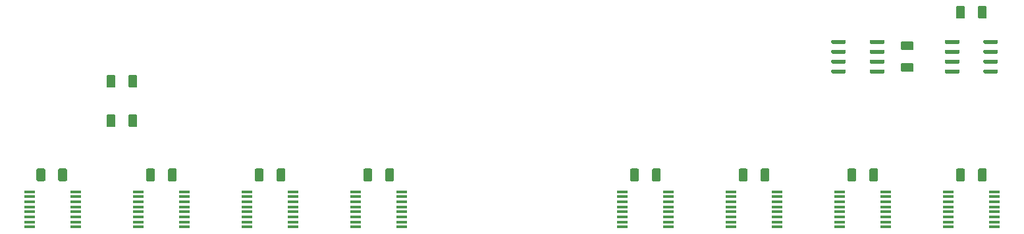
<source format=gbr>
G04 #@! TF.GenerationSoftware,KiCad,Pcbnew,5.1.5-52549c5~84~ubuntu18.04.1*
G04 #@! TF.CreationDate,2020-06-07T21:39:53-07:00*
G04 #@! TF.ProjectId,debugger,64656275-6767-4657-922e-6b696361645f,rev?*
G04 #@! TF.SameCoordinates,Original*
G04 #@! TF.FileFunction,Paste,Top*
G04 #@! TF.FilePolarity,Positive*
%FSLAX46Y46*%
G04 Gerber Fmt 4.6, Leading zero omitted, Abs format (unit mm)*
G04 Created by KiCad (PCBNEW 5.1.5-52549c5~84~ubuntu18.04.1) date 2020-06-07 21:39:53*
%MOMM*%
%LPD*%
G04 APERTURE LIST*
%ADD10C,0.100000*%
%ADD11R,1.398400X0.348400*%
G04 APERTURE END LIST*
D10*
G36*
X104377033Y-102046906D02*
G01*
X104399328Y-102050213D01*
X104421193Y-102055690D01*
X104442415Y-102063283D01*
X104462790Y-102072920D01*
X104482123Y-102084508D01*
X104500227Y-102097935D01*
X104516928Y-102113072D01*
X104532065Y-102129773D01*
X104545492Y-102147877D01*
X104557080Y-102167210D01*
X104566717Y-102187585D01*
X104574310Y-102208807D01*
X104579787Y-102230672D01*
X104583094Y-102252967D01*
X104584200Y-102275480D01*
X104584200Y-103464520D01*
X104583094Y-103487033D01*
X104579787Y-103509328D01*
X104574310Y-103531193D01*
X104566717Y-103552415D01*
X104557080Y-103572790D01*
X104545492Y-103592123D01*
X104532065Y-103610227D01*
X104516928Y-103626928D01*
X104500227Y-103642065D01*
X104482123Y-103655492D01*
X104462790Y-103667080D01*
X104442415Y-103676717D01*
X104421193Y-103684310D01*
X104399328Y-103689787D01*
X104377033Y-103693094D01*
X104354520Y-103694200D01*
X103665480Y-103694200D01*
X103642967Y-103693094D01*
X103620672Y-103689787D01*
X103598807Y-103684310D01*
X103577585Y-103676717D01*
X103557210Y-103667080D01*
X103537877Y-103655492D01*
X103519773Y-103642065D01*
X103503072Y-103626928D01*
X103487935Y-103610227D01*
X103474508Y-103592123D01*
X103462920Y-103572790D01*
X103453283Y-103552415D01*
X103445690Y-103531193D01*
X103440213Y-103509328D01*
X103436906Y-103487033D01*
X103435800Y-103464520D01*
X103435800Y-102275480D01*
X103436906Y-102252967D01*
X103440213Y-102230672D01*
X103445690Y-102208807D01*
X103453283Y-102187585D01*
X103462920Y-102167210D01*
X103474508Y-102147877D01*
X103487935Y-102129773D01*
X103503072Y-102113072D01*
X103519773Y-102097935D01*
X103537877Y-102084508D01*
X103557210Y-102072920D01*
X103577585Y-102063283D01*
X103598807Y-102055690D01*
X103620672Y-102050213D01*
X103642967Y-102046906D01*
X103665480Y-102045800D01*
X104354520Y-102045800D01*
X104377033Y-102046906D01*
G37*
G36*
X107177033Y-102046906D02*
G01*
X107199328Y-102050213D01*
X107221193Y-102055690D01*
X107242415Y-102063283D01*
X107262790Y-102072920D01*
X107282123Y-102084508D01*
X107300227Y-102097935D01*
X107316928Y-102113072D01*
X107332065Y-102129773D01*
X107345492Y-102147877D01*
X107357080Y-102167210D01*
X107366717Y-102187585D01*
X107374310Y-102208807D01*
X107379787Y-102230672D01*
X107383094Y-102252967D01*
X107384200Y-102275480D01*
X107384200Y-103464520D01*
X107383094Y-103487033D01*
X107379787Y-103509328D01*
X107374310Y-103531193D01*
X107366717Y-103552415D01*
X107357080Y-103572790D01*
X107345492Y-103592123D01*
X107332065Y-103610227D01*
X107316928Y-103626928D01*
X107300227Y-103642065D01*
X107282123Y-103655492D01*
X107262790Y-103667080D01*
X107242415Y-103676717D01*
X107221193Y-103684310D01*
X107199328Y-103689787D01*
X107177033Y-103693094D01*
X107154520Y-103694200D01*
X106465480Y-103694200D01*
X106442967Y-103693094D01*
X106420672Y-103689787D01*
X106398807Y-103684310D01*
X106377585Y-103676717D01*
X106357210Y-103667080D01*
X106337877Y-103655492D01*
X106319773Y-103642065D01*
X106303072Y-103626928D01*
X106287935Y-103610227D01*
X106274508Y-103592123D01*
X106262920Y-103572790D01*
X106253283Y-103552415D01*
X106245690Y-103531193D01*
X106240213Y-103509328D01*
X106236906Y-103487033D01*
X106235800Y-103464520D01*
X106235800Y-102275480D01*
X106236906Y-102252967D01*
X106240213Y-102230672D01*
X106245690Y-102208807D01*
X106253283Y-102187585D01*
X106262920Y-102167210D01*
X106274508Y-102147877D01*
X106287935Y-102129773D01*
X106303072Y-102113072D01*
X106319773Y-102097935D01*
X106337877Y-102084508D01*
X106357210Y-102072920D01*
X106377585Y-102063283D01*
X106398807Y-102055690D01*
X106420672Y-102050213D01*
X106442967Y-102046906D01*
X106465480Y-102045800D01*
X107154520Y-102045800D01*
X107177033Y-102046906D01*
G37*
G36*
X104377033Y-96966906D02*
G01*
X104399328Y-96970213D01*
X104421193Y-96975690D01*
X104442415Y-96983283D01*
X104462790Y-96992920D01*
X104482123Y-97004508D01*
X104500227Y-97017935D01*
X104516928Y-97033072D01*
X104532065Y-97049773D01*
X104545492Y-97067877D01*
X104557080Y-97087210D01*
X104566717Y-97107585D01*
X104574310Y-97128807D01*
X104579787Y-97150672D01*
X104583094Y-97172967D01*
X104584200Y-97195480D01*
X104584200Y-98384520D01*
X104583094Y-98407033D01*
X104579787Y-98429328D01*
X104574310Y-98451193D01*
X104566717Y-98472415D01*
X104557080Y-98492790D01*
X104545492Y-98512123D01*
X104532065Y-98530227D01*
X104516928Y-98546928D01*
X104500227Y-98562065D01*
X104482123Y-98575492D01*
X104462790Y-98587080D01*
X104442415Y-98596717D01*
X104421193Y-98604310D01*
X104399328Y-98609787D01*
X104377033Y-98613094D01*
X104354520Y-98614200D01*
X103665480Y-98614200D01*
X103642967Y-98613094D01*
X103620672Y-98609787D01*
X103598807Y-98604310D01*
X103577585Y-98596717D01*
X103557210Y-98587080D01*
X103537877Y-98575492D01*
X103519773Y-98562065D01*
X103503072Y-98546928D01*
X103487935Y-98530227D01*
X103474508Y-98512123D01*
X103462920Y-98492790D01*
X103453283Y-98472415D01*
X103445690Y-98451193D01*
X103440213Y-98429328D01*
X103436906Y-98407033D01*
X103435800Y-98384520D01*
X103435800Y-97195480D01*
X103436906Y-97172967D01*
X103440213Y-97150672D01*
X103445690Y-97128807D01*
X103453283Y-97107585D01*
X103462920Y-97087210D01*
X103474508Y-97067877D01*
X103487935Y-97049773D01*
X103503072Y-97033072D01*
X103519773Y-97017935D01*
X103537877Y-97004508D01*
X103557210Y-96992920D01*
X103577585Y-96983283D01*
X103598807Y-96975690D01*
X103620672Y-96970213D01*
X103642967Y-96966906D01*
X103665480Y-96965800D01*
X104354520Y-96965800D01*
X104377033Y-96966906D01*
G37*
G36*
X107177033Y-96966906D02*
G01*
X107199328Y-96970213D01*
X107221193Y-96975690D01*
X107242415Y-96983283D01*
X107262790Y-96992920D01*
X107282123Y-97004508D01*
X107300227Y-97017935D01*
X107316928Y-97033072D01*
X107332065Y-97049773D01*
X107345492Y-97067877D01*
X107357080Y-97087210D01*
X107366717Y-97107585D01*
X107374310Y-97128807D01*
X107379787Y-97150672D01*
X107383094Y-97172967D01*
X107384200Y-97195480D01*
X107384200Y-98384520D01*
X107383094Y-98407033D01*
X107379787Y-98429328D01*
X107374310Y-98451193D01*
X107366717Y-98472415D01*
X107357080Y-98492790D01*
X107345492Y-98512123D01*
X107332065Y-98530227D01*
X107316928Y-98546928D01*
X107300227Y-98562065D01*
X107282123Y-98575492D01*
X107262790Y-98587080D01*
X107242415Y-98596717D01*
X107221193Y-98604310D01*
X107199328Y-98609787D01*
X107177033Y-98613094D01*
X107154520Y-98614200D01*
X106465480Y-98614200D01*
X106442967Y-98613094D01*
X106420672Y-98609787D01*
X106398807Y-98604310D01*
X106377585Y-98596717D01*
X106357210Y-98587080D01*
X106337877Y-98575492D01*
X106319773Y-98562065D01*
X106303072Y-98546928D01*
X106287935Y-98530227D01*
X106274508Y-98512123D01*
X106262920Y-98492790D01*
X106253283Y-98472415D01*
X106245690Y-98451193D01*
X106240213Y-98429328D01*
X106236906Y-98407033D01*
X106235800Y-98384520D01*
X106235800Y-97195480D01*
X106236906Y-97172967D01*
X106240213Y-97150672D01*
X106245690Y-97128807D01*
X106253283Y-97107585D01*
X106262920Y-97087210D01*
X106274508Y-97067877D01*
X106287935Y-97049773D01*
X106303072Y-97033072D01*
X106319773Y-97017935D01*
X106337877Y-97004508D01*
X106357210Y-96992920D01*
X106377585Y-96983283D01*
X106398807Y-96975690D01*
X106420672Y-96970213D01*
X106442967Y-96966906D01*
X106465480Y-96965800D01*
X107154520Y-96965800D01*
X107177033Y-96966906D01*
G37*
D11*
X113440000Y-112025000D03*
X113440000Y-112675000D03*
X113440000Y-113325000D03*
X113440000Y-113975000D03*
X113440000Y-114625000D03*
X113440000Y-115275000D03*
X113440000Y-115925000D03*
X113440000Y-116575000D03*
X107540000Y-116575000D03*
X107540000Y-115925000D03*
X107540000Y-115275000D03*
X107540000Y-114625000D03*
X107540000Y-113975000D03*
X107540000Y-113325000D03*
X107540000Y-112675000D03*
X107540000Y-112025000D03*
X175670000Y-112025000D03*
X175670000Y-112675000D03*
X175670000Y-113325000D03*
X175670000Y-113975000D03*
X175670000Y-114625000D03*
X175670000Y-115275000D03*
X175670000Y-115925000D03*
X175670000Y-116575000D03*
X169770000Y-116575000D03*
X169770000Y-115925000D03*
X169770000Y-115275000D03*
X169770000Y-114625000D03*
X169770000Y-113975000D03*
X169770000Y-113325000D03*
X169770000Y-112675000D03*
X169770000Y-112025000D03*
X189640000Y-112025000D03*
X189640000Y-112675000D03*
X189640000Y-113325000D03*
X189640000Y-113975000D03*
X189640000Y-114625000D03*
X189640000Y-115275000D03*
X189640000Y-115925000D03*
X189640000Y-116575000D03*
X183740000Y-116575000D03*
X183740000Y-115925000D03*
X183740000Y-115275000D03*
X183740000Y-114625000D03*
X183740000Y-113975000D03*
X183740000Y-113325000D03*
X183740000Y-112675000D03*
X183740000Y-112025000D03*
D10*
G36*
X217916813Y-92461400D02*
G01*
X217928908Y-92463194D01*
X217940769Y-92466165D01*
X217952282Y-92470285D01*
X217963336Y-92475513D01*
X217973824Y-92481799D01*
X217983645Y-92489083D01*
X217992706Y-92497294D01*
X218000917Y-92506355D01*
X218008201Y-92516176D01*
X218014487Y-92526664D01*
X218019715Y-92537718D01*
X218023835Y-92549231D01*
X218026806Y-92561092D01*
X218028600Y-92573187D01*
X218029200Y-92585400D01*
X218029200Y-92834600D01*
X218028600Y-92846813D01*
X218026806Y-92858908D01*
X218023835Y-92870769D01*
X218019715Y-92882282D01*
X218014487Y-92893336D01*
X218008201Y-92903824D01*
X218000917Y-92913645D01*
X217992706Y-92922706D01*
X217983645Y-92930917D01*
X217973824Y-92938201D01*
X217963336Y-92944487D01*
X217952282Y-92949715D01*
X217940769Y-92953835D01*
X217928908Y-92956806D01*
X217916813Y-92958600D01*
X217904600Y-92959200D01*
X216305400Y-92959200D01*
X216293187Y-92958600D01*
X216281092Y-92956806D01*
X216269231Y-92953835D01*
X216257718Y-92949715D01*
X216246664Y-92944487D01*
X216236176Y-92938201D01*
X216226355Y-92930917D01*
X216217294Y-92922706D01*
X216209083Y-92913645D01*
X216201799Y-92903824D01*
X216195513Y-92893336D01*
X216190285Y-92882282D01*
X216186165Y-92870769D01*
X216183194Y-92858908D01*
X216181400Y-92846813D01*
X216180800Y-92834600D01*
X216180800Y-92585400D01*
X216181400Y-92573187D01*
X216183194Y-92561092D01*
X216186165Y-92549231D01*
X216190285Y-92537718D01*
X216195513Y-92526664D01*
X216201799Y-92516176D01*
X216209083Y-92506355D01*
X216217294Y-92497294D01*
X216226355Y-92489083D01*
X216236176Y-92481799D01*
X216246664Y-92475513D01*
X216257718Y-92470285D01*
X216269231Y-92466165D01*
X216281092Y-92463194D01*
X216293187Y-92461400D01*
X216305400Y-92460800D01*
X217904600Y-92460800D01*
X217916813Y-92461400D01*
G37*
G36*
X217916813Y-93731400D02*
G01*
X217928908Y-93733194D01*
X217940769Y-93736165D01*
X217952282Y-93740285D01*
X217963336Y-93745513D01*
X217973824Y-93751799D01*
X217983645Y-93759083D01*
X217992706Y-93767294D01*
X218000917Y-93776355D01*
X218008201Y-93786176D01*
X218014487Y-93796664D01*
X218019715Y-93807718D01*
X218023835Y-93819231D01*
X218026806Y-93831092D01*
X218028600Y-93843187D01*
X218029200Y-93855400D01*
X218029200Y-94104600D01*
X218028600Y-94116813D01*
X218026806Y-94128908D01*
X218023835Y-94140769D01*
X218019715Y-94152282D01*
X218014487Y-94163336D01*
X218008201Y-94173824D01*
X218000917Y-94183645D01*
X217992706Y-94192706D01*
X217983645Y-94200917D01*
X217973824Y-94208201D01*
X217963336Y-94214487D01*
X217952282Y-94219715D01*
X217940769Y-94223835D01*
X217928908Y-94226806D01*
X217916813Y-94228600D01*
X217904600Y-94229200D01*
X216305400Y-94229200D01*
X216293187Y-94228600D01*
X216281092Y-94226806D01*
X216269231Y-94223835D01*
X216257718Y-94219715D01*
X216246664Y-94214487D01*
X216236176Y-94208201D01*
X216226355Y-94200917D01*
X216217294Y-94192706D01*
X216209083Y-94183645D01*
X216201799Y-94173824D01*
X216195513Y-94163336D01*
X216190285Y-94152282D01*
X216186165Y-94140769D01*
X216183194Y-94128908D01*
X216181400Y-94116813D01*
X216180800Y-94104600D01*
X216180800Y-93855400D01*
X216181400Y-93843187D01*
X216183194Y-93831092D01*
X216186165Y-93819231D01*
X216190285Y-93807718D01*
X216195513Y-93796664D01*
X216201799Y-93786176D01*
X216209083Y-93776355D01*
X216217294Y-93767294D01*
X216226355Y-93759083D01*
X216236176Y-93751799D01*
X216246664Y-93745513D01*
X216257718Y-93740285D01*
X216269231Y-93736165D01*
X216281092Y-93733194D01*
X216293187Y-93731400D01*
X216305400Y-93730800D01*
X217904600Y-93730800D01*
X217916813Y-93731400D01*
G37*
G36*
X217916813Y-95001400D02*
G01*
X217928908Y-95003194D01*
X217940769Y-95006165D01*
X217952282Y-95010285D01*
X217963336Y-95015513D01*
X217973824Y-95021799D01*
X217983645Y-95029083D01*
X217992706Y-95037294D01*
X218000917Y-95046355D01*
X218008201Y-95056176D01*
X218014487Y-95066664D01*
X218019715Y-95077718D01*
X218023835Y-95089231D01*
X218026806Y-95101092D01*
X218028600Y-95113187D01*
X218029200Y-95125400D01*
X218029200Y-95374600D01*
X218028600Y-95386813D01*
X218026806Y-95398908D01*
X218023835Y-95410769D01*
X218019715Y-95422282D01*
X218014487Y-95433336D01*
X218008201Y-95443824D01*
X218000917Y-95453645D01*
X217992706Y-95462706D01*
X217983645Y-95470917D01*
X217973824Y-95478201D01*
X217963336Y-95484487D01*
X217952282Y-95489715D01*
X217940769Y-95493835D01*
X217928908Y-95496806D01*
X217916813Y-95498600D01*
X217904600Y-95499200D01*
X216305400Y-95499200D01*
X216293187Y-95498600D01*
X216281092Y-95496806D01*
X216269231Y-95493835D01*
X216257718Y-95489715D01*
X216246664Y-95484487D01*
X216236176Y-95478201D01*
X216226355Y-95470917D01*
X216217294Y-95462706D01*
X216209083Y-95453645D01*
X216201799Y-95443824D01*
X216195513Y-95433336D01*
X216190285Y-95422282D01*
X216186165Y-95410769D01*
X216183194Y-95398908D01*
X216181400Y-95386813D01*
X216180800Y-95374600D01*
X216180800Y-95125400D01*
X216181400Y-95113187D01*
X216183194Y-95101092D01*
X216186165Y-95089231D01*
X216190285Y-95077718D01*
X216195513Y-95066664D01*
X216201799Y-95056176D01*
X216209083Y-95046355D01*
X216217294Y-95037294D01*
X216226355Y-95029083D01*
X216236176Y-95021799D01*
X216246664Y-95015513D01*
X216257718Y-95010285D01*
X216269231Y-95006165D01*
X216281092Y-95003194D01*
X216293187Y-95001400D01*
X216305400Y-95000800D01*
X217904600Y-95000800D01*
X217916813Y-95001400D01*
G37*
G36*
X217916813Y-96271400D02*
G01*
X217928908Y-96273194D01*
X217940769Y-96276165D01*
X217952282Y-96280285D01*
X217963336Y-96285513D01*
X217973824Y-96291799D01*
X217983645Y-96299083D01*
X217992706Y-96307294D01*
X218000917Y-96316355D01*
X218008201Y-96326176D01*
X218014487Y-96336664D01*
X218019715Y-96347718D01*
X218023835Y-96359231D01*
X218026806Y-96371092D01*
X218028600Y-96383187D01*
X218029200Y-96395400D01*
X218029200Y-96644600D01*
X218028600Y-96656813D01*
X218026806Y-96668908D01*
X218023835Y-96680769D01*
X218019715Y-96692282D01*
X218014487Y-96703336D01*
X218008201Y-96713824D01*
X218000917Y-96723645D01*
X217992706Y-96732706D01*
X217983645Y-96740917D01*
X217973824Y-96748201D01*
X217963336Y-96754487D01*
X217952282Y-96759715D01*
X217940769Y-96763835D01*
X217928908Y-96766806D01*
X217916813Y-96768600D01*
X217904600Y-96769200D01*
X216305400Y-96769200D01*
X216293187Y-96768600D01*
X216281092Y-96766806D01*
X216269231Y-96763835D01*
X216257718Y-96759715D01*
X216246664Y-96754487D01*
X216236176Y-96748201D01*
X216226355Y-96740917D01*
X216217294Y-96732706D01*
X216209083Y-96723645D01*
X216201799Y-96713824D01*
X216195513Y-96703336D01*
X216190285Y-96692282D01*
X216186165Y-96680769D01*
X216183194Y-96668908D01*
X216181400Y-96656813D01*
X216180800Y-96644600D01*
X216180800Y-96395400D01*
X216181400Y-96383187D01*
X216183194Y-96371092D01*
X216186165Y-96359231D01*
X216190285Y-96347718D01*
X216195513Y-96336664D01*
X216201799Y-96326176D01*
X216209083Y-96316355D01*
X216217294Y-96307294D01*
X216226355Y-96299083D01*
X216236176Y-96291799D01*
X216246664Y-96285513D01*
X216257718Y-96280285D01*
X216269231Y-96276165D01*
X216281092Y-96273194D01*
X216293187Y-96271400D01*
X216305400Y-96270800D01*
X217904600Y-96270800D01*
X217916813Y-96271400D01*
G37*
G36*
X212966813Y-96271400D02*
G01*
X212978908Y-96273194D01*
X212990769Y-96276165D01*
X213002282Y-96280285D01*
X213013336Y-96285513D01*
X213023824Y-96291799D01*
X213033645Y-96299083D01*
X213042706Y-96307294D01*
X213050917Y-96316355D01*
X213058201Y-96326176D01*
X213064487Y-96336664D01*
X213069715Y-96347718D01*
X213073835Y-96359231D01*
X213076806Y-96371092D01*
X213078600Y-96383187D01*
X213079200Y-96395400D01*
X213079200Y-96644600D01*
X213078600Y-96656813D01*
X213076806Y-96668908D01*
X213073835Y-96680769D01*
X213069715Y-96692282D01*
X213064487Y-96703336D01*
X213058201Y-96713824D01*
X213050917Y-96723645D01*
X213042706Y-96732706D01*
X213033645Y-96740917D01*
X213023824Y-96748201D01*
X213013336Y-96754487D01*
X213002282Y-96759715D01*
X212990769Y-96763835D01*
X212978908Y-96766806D01*
X212966813Y-96768600D01*
X212954600Y-96769200D01*
X211355400Y-96769200D01*
X211343187Y-96768600D01*
X211331092Y-96766806D01*
X211319231Y-96763835D01*
X211307718Y-96759715D01*
X211296664Y-96754487D01*
X211286176Y-96748201D01*
X211276355Y-96740917D01*
X211267294Y-96732706D01*
X211259083Y-96723645D01*
X211251799Y-96713824D01*
X211245513Y-96703336D01*
X211240285Y-96692282D01*
X211236165Y-96680769D01*
X211233194Y-96668908D01*
X211231400Y-96656813D01*
X211230800Y-96644600D01*
X211230800Y-96395400D01*
X211231400Y-96383187D01*
X211233194Y-96371092D01*
X211236165Y-96359231D01*
X211240285Y-96347718D01*
X211245513Y-96336664D01*
X211251799Y-96326176D01*
X211259083Y-96316355D01*
X211267294Y-96307294D01*
X211276355Y-96299083D01*
X211286176Y-96291799D01*
X211296664Y-96285513D01*
X211307718Y-96280285D01*
X211319231Y-96276165D01*
X211331092Y-96273194D01*
X211343187Y-96271400D01*
X211355400Y-96270800D01*
X212954600Y-96270800D01*
X212966813Y-96271400D01*
G37*
G36*
X212966813Y-95001400D02*
G01*
X212978908Y-95003194D01*
X212990769Y-95006165D01*
X213002282Y-95010285D01*
X213013336Y-95015513D01*
X213023824Y-95021799D01*
X213033645Y-95029083D01*
X213042706Y-95037294D01*
X213050917Y-95046355D01*
X213058201Y-95056176D01*
X213064487Y-95066664D01*
X213069715Y-95077718D01*
X213073835Y-95089231D01*
X213076806Y-95101092D01*
X213078600Y-95113187D01*
X213079200Y-95125400D01*
X213079200Y-95374600D01*
X213078600Y-95386813D01*
X213076806Y-95398908D01*
X213073835Y-95410769D01*
X213069715Y-95422282D01*
X213064487Y-95433336D01*
X213058201Y-95443824D01*
X213050917Y-95453645D01*
X213042706Y-95462706D01*
X213033645Y-95470917D01*
X213023824Y-95478201D01*
X213013336Y-95484487D01*
X213002282Y-95489715D01*
X212990769Y-95493835D01*
X212978908Y-95496806D01*
X212966813Y-95498600D01*
X212954600Y-95499200D01*
X211355400Y-95499200D01*
X211343187Y-95498600D01*
X211331092Y-95496806D01*
X211319231Y-95493835D01*
X211307718Y-95489715D01*
X211296664Y-95484487D01*
X211286176Y-95478201D01*
X211276355Y-95470917D01*
X211267294Y-95462706D01*
X211259083Y-95453645D01*
X211251799Y-95443824D01*
X211245513Y-95433336D01*
X211240285Y-95422282D01*
X211236165Y-95410769D01*
X211233194Y-95398908D01*
X211231400Y-95386813D01*
X211230800Y-95374600D01*
X211230800Y-95125400D01*
X211231400Y-95113187D01*
X211233194Y-95101092D01*
X211236165Y-95089231D01*
X211240285Y-95077718D01*
X211245513Y-95066664D01*
X211251799Y-95056176D01*
X211259083Y-95046355D01*
X211267294Y-95037294D01*
X211276355Y-95029083D01*
X211286176Y-95021799D01*
X211296664Y-95015513D01*
X211307718Y-95010285D01*
X211319231Y-95006165D01*
X211331092Y-95003194D01*
X211343187Y-95001400D01*
X211355400Y-95000800D01*
X212954600Y-95000800D01*
X212966813Y-95001400D01*
G37*
G36*
X212966813Y-93731400D02*
G01*
X212978908Y-93733194D01*
X212990769Y-93736165D01*
X213002282Y-93740285D01*
X213013336Y-93745513D01*
X213023824Y-93751799D01*
X213033645Y-93759083D01*
X213042706Y-93767294D01*
X213050917Y-93776355D01*
X213058201Y-93786176D01*
X213064487Y-93796664D01*
X213069715Y-93807718D01*
X213073835Y-93819231D01*
X213076806Y-93831092D01*
X213078600Y-93843187D01*
X213079200Y-93855400D01*
X213079200Y-94104600D01*
X213078600Y-94116813D01*
X213076806Y-94128908D01*
X213073835Y-94140769D01*
X213069715Y-94152282D01*
X213064487Y-94163336D01*
X213058201Y-94173824D01*
X213050917Y-94183645D01*
X213042706Y-94192706D01*
X213033645Y-94200917D01*
X213023824Y-94208201D01*
X213013336Y-94214487D01*
X213002282Y-94219715D01*
X212990769Y-94223835D01*
X212978908Y-94226806D01*
X212966813Y-94228600D01*
X212954600Y-94229200D01*
X211355400Y-94229200D01*
X211343187Y-94228600D01*
X211331092Y-94226806D01*
X211319231Y-94223835D01*
X211307718Y-94219715D01*
X211296664Y-94214487D01*
X211286176Y-94208201D01*
X211276355Y-94200917D01*
X211267294Y-94192706D01*
X211259083Y-94183645D01*
X211251799Y-94173824D01*
X211245513Y-94163336D01*
X211240285Y-94152282D01*
X211236165Y-94140769D01*
X211233194Y-94128908D01*
X211231400Y-94116813D01*
X211230800Y-94104600D01*
X211230800Y-93855400D01*
X211231400Y-93843187D01*
X211233194Y-93831092D01*
X211236165Y-93819231D01*
X211240285Y-93807718D01*
X211245513Y-93796664D01*
X211251799Y-93786176D01*
X211259083Y-93776355D01*
X211267294Y-93767294D01*
X211276355Y-93759083D01*
X211286176Y-93751799D01*
X211296664Y-93745513D01*
X211307718Y-93740285D01*
X211319231Y-93736165D01*
X211331092Y-93733194D01*
X211343187Y-93731400D01*
X211355400Y-93730800D01*
X212954600Y-93730800D01*
X212966813Y-93731400D01*
G37*
G36*
X212966813Y-92461400D02*
G01*
X212978908Y-92463194D01*
X212990769Y-92466165D01*
X213002282Y-92470285D01*
X213013336Y-92475513D01*
X213023824Y-92481799D01*
X213033645Y-92489083D01*
X213042706Y-92497294D01*
X213050917Y-92506355D01*
X213058201Y-92516176D01*
X213064487Y-92526664D01*
X213069715Y-92537718D01*
X213073835Y-92549231D01*
X213076806Y-92561092D01*
X213078600Y-92573187D01*
X213079200Y-92585400D01*
X213079200Y-92834600D01*
X213078600Y-92846813D01*
X213076806Y-92858908D01*
X213073835Y-92870769D01*
X213069715Y-92882282D01*
X213064487Y-92893336D01*
X213058201Y-92903824D01*
X213050917Y-92913645D01*
X213042706Y-92922706D01*
X213033645Y-92930917D01*
X213023824Y-92938201D01*
X213013336Y-92944487D01*
X213002282Y-92949715D01*
X212990769Y-92953835D01*
X212978908Y-92956806D01*
X212966813Y-92958600D01*
X212954600Y-92959200D01*
X211355400Y-92959200D01*
X211343187Y-92958600D01*
X211331092Y-92956806D01*
X211319231Y-92953835D01*
X211307718Y-92949715D01*
X211296664Y-92944487D01*
X211286176Y-92938201D01*
X211276355Y-92930917D01*
X211267294Y-92922706D01*
X211259083Y-92913645D01*
X211251799Y-92903824D01*
X211245513Y-92893336D01*
X211240285Y-92882282D01*
X211236165Y-92870769D01*
X211233194Y-92858908D01*
X211231400Y-92846813D01*
X211230800Y-92834600D01*
X211230800Y-92585400D01*
X211231400Y-92573187D01*
X211233194Y-92561092D01*
X211236165Y-92549231D01*
X211240285Y-92537718D01*
X211245513Y-92526664D01*
X211251799Y-92516176D01*
X211259083Y-92506355D01*
X211267294Y-92497294D01*
X211276355Y-92489083D01*
X211286176Y-92481799D01*
X211296664Y-92475513D01*
X211307718Y-92470285D01*
X211319231Y-92466165D01*
X211331092Y-92463194D01*
X211343187Y-92461400D01*
X211355400Y-92460800D01*
X212954600Y-92460800D01*
X212966813Y-92461400D01*
G37*
G36*
X203311813Y-92461400D02*
G01*
X203323908Y-92463194D01*
X203335769Y-92466165D01*
X203347282Y-92470285D01*
X203358336Y-92475513D01*
X203368824Y-92481799D01*
X203378645Y-92489083D01*
X203387706Y-92497294D01*
X203395917Y-92506355D01*
X203403201Y-92516176D01*
X203409487Y-92526664D01*
X203414715Y-92537718D01*
X203418835Y-92549231D01*
X203421806Y-92561092D01*
X203423600Y-92573187D01*
X203424200Y-92585400D01*
X203424200Y-92834600D01*
X203423600Y-92846813D01*
X203421806Y-92858908D01*
X203418835Y-92870769D01*
X203414715Y-92882282D01*
X203409487Y-92893336D01*
X203403201Y-92903824D01*
X203395917Y-92913645D01*
X203387706Y-92922706D01*
X203378645Y-92930917D01*
X203368824Y-92938201D01*
X203358336Y-92944487D01*
X203347282Y-92949715D01*
X203335769Y-92953835D01*
X203323908Y-92956806D01*
X203311813Y-92958600D01*
X203299600Y-92959200D01*
X201700400Y-92959200D01*
X201688187Y-92958600D01*
X201676092Y-92956806D01*
X201664231Y-92953835D01*
X201652718Y-92949715D01*
X201641664Y-92944487D01*
X201631176Y-92938201D01*
X201621355Y-92930917D01*
X201612294Y-92922706D01*
X201604083Y-92913645D01*
X201596799Y-92903824D01*
X201590513Y-92893336D01*
X201585285Y-92882282D01*
X201581165Y-92870769D01*
X201578194Y-92858908D01*
X201576400Y-92846813D01*
X201575800Y-92834600D01*
X201575800Y-92585400D01*
X201576400Y-92573187D01*
X201578194Y-92561092D01*
X201581165Y-92549231D01*
X201585285Y-92537718D01*
X201590513Y-92526664D01*
X201596799Y-92516176D01*
X201604083Y-92506355D01*
X201612294Y-92497294D01*
X201621355Y-92489083D01*
X201631176Y-92481799D01*
X201641664Y-92475513D01*
X201652718Y-92470285D01*
X201664231Y-92466165D01*
X201676092Y-92463194D01*
X201688187Y-92461400D01*
X201700400Y-92460800D01*
X203299600Y-92460800D01*
X203311813Y-92461400D01*
G37*
G36*
X203311813Y-93731400D02*
G01*
X203323908Y-93733194D01*
X203335769Y-93736165D01*
X203347282Y-93740285D01*
X203358336Y-93745513D01*
X203368824Y-93751799D01*
X203378645Y-93759083D01*
X203387706Y-93767294D01*
X203395917Y-93776355D01*
X203403201Y-93786176D01*
X203409487Y-93796664D01*
X203414715Y-93807718D01*
X203418835Y-93819231D01*
X203421806Y-93831092D01*
X203423600Y-93843187D01*
X203424200Y-93855400D01*
X203424200Y-94104600D01*
X203423600Y-94116813D01*
X203421806Y-94128908D01*
X203418835Y-94140769D01*
X203414715Y-94152282D01*
X203409487Y-94163336D01*
X203403201Y-94173824D01*
X203395917Y-94183645D01*
X203387706Y-94192706D01*
X203378645Y-94200917D01*
X203368824Y-94208201D01*
X203358336Y-94214487D01*
X203347282Y-94219715D01*
X203335769Y-94223835D01*
X203323908Y-94226806D01*
X203311813Y-94228600D01*
X203299600Y-94229200D01*
X201700400Y-94229200D01*
X201688187Y-94228600D01*
X201676092Y-94226806D01*
X201664231Y-94223835D01*
X201652718Y-94219715D01*
X201641664Y-94214487D01*
X201631176Y-94208201D01*
X201621355Y-94200917D01*
X201612294Y-94192706D01*
X201604083Y-94183645D01*
X201596799Y-94173824D01*
X201590513Y-94163336D01*
X201585285Y-94152282D01*
X201581165Y-94140769D01*
X201578194Y-94128908D01*
X201576400Y-94116813D01*
X201575800Y-94104600D01*
X201575800Y-93855400D01*
X201576400Y-93843187D01*
X201578194Y-93831092D01*
X201581165Y-93819231D01*
X201585285Y-93807718D01*
X201590513Y-93796664D01*
X201596799Y-93786176D01*
X201604083Y-93776355D01*
X201612294Y-93767294D01*
X201621355Y-93759083D01*
X201631176Y-93751799D01*
X201641664Y-93745513D01*
X201652718Y-93740285D01*
X201664231Y-93736165D01*
X201676092Y-93733194D01*
X201688187Y-93731400D01*
X201700400Y-93730800D01*
X203299600Y-93730800D01*
X203311813Y-93731400D01*
G37*
G36*
X203311813Y-95001400D02*
G01*
X203323908Y-95003194D01*
X203335769Y-95006165D01*
X203347282Y-95010285D01*
X203358336Y-95015513D01*
X203368824Y-95021799D01*
X203378645Y-95029083D01*
X203387706Y-95037294D01*
X203395917Y-95046355D01*
X203403201Y-95056176D01*
X203409487Y-95066664D01*
X203414715Y-95077718D01*
X203418835Y-95089231D01*
X203421806Y-95101092D01*
X203423600Y-95113187D01*
X203424200Y-95125400D01*
X203424200Y-95374600D01*
X203423600Y-95386813D01*
X203421806Y-95398908D01*
X203418835Y-95410769D01*
X203414715Y-95422282D01*
X203409487Y-95433336D01*
X203403201Y-95443824D01*
X203395917Y-95453645D01*
X203387706Y-95462706D01*
X203378645Y-95470917D01*
X203368824Y-95478201D01*
X203358336Y-95484487D01*
X203347282Y-95489715D01*
X203335769Y-95493835D01*
X203323908Y-95496806D01*
X203311813Y-95498600D01*
X203299600Y-95499200D01*
X201700400Y-95499200D01*
X201688187Y-95498600D01*
X201676092Y-95496806D01*
X201664231Y-95493835D01*
X201652718Y-95489715D01*
X201641664Y-95484487D01*
X201631176Y-95478201D01*
X201621355Y-95470917D01*
X201612294Y-95462706D01*
X201604083Y-95453645D01*
X201596799Y-95443824D01*
X201590513Y-95433336D01*
X201585285Y-95422282D01*
X201581165Y-95410769D01*
X201578194Y-95398908D01*
X201576400Y-95386813D01*
X201575800Y-95374600D01*
X201575800Y-95125400D01*
X201576400Y-95113187D01*
X201578194Y-95101092D01*
X201581165Y-95089231D01*
X201585285Y-95077718D01*
X201590513Y-95066664D01*
X201596799Y-95056176D01*
X201604083Y-95046355D01*
X201612294Y-95037294D01*
X201621355Y-95029083D01*
X201631176Y-95021799D01*
X201641664Y-95015513D01*
X201652718Y-95010285D01*
X201664231Y-95006165D01*
X201676092Y-95003194D01*
X201688187Y-95001400D01*
X201700400Y-95000800D01*
X203299600Y-95000800D01*
X203311813Y-95001400D01*
G37*
G36*
X203311813Y-96271400D02*
G01*
X203323908Y-96273194D01*
X203335769Y-96276165D01*
X203347282Y-96280285D01*
X203358336Y-96285513D01*
X203368824Y-96291799D01*
X203378645Y-96299083D01*
X203387706Y-96307294D01*
X203395917Y-96316355D01*
X203403201Y-96326176D01*
X203409487Y-96336664D01*
X203414715Y-96347718D01*
X203418835Y-96359231D01*
X203421806Y-96371092D01*
X203423600Y-96383187D01*
X203424200Y-96395400D01*
X203424200Y-96644600D01*
X203423600Y-96656813D01*
X203421806Y-96668908D01*
X203418835Y-96680769D01*
X203414715Y-96692282D01*
X203409487Y-96703336D01*
X203403201Y-96713824D01*
X203395917Y-96723645D01*
X203387706Y-96732706D01*
X203378645Y-96740917D01*
X203368824Y-96748201D01*
X203358336Y-96754487D01*
X203347282Y-96759715D01*
X203335769Y-96763835D01*
X203323908Y-96766806D01*
X203311813Y-96768600D01*
X203299600Y-96769200D01*
X201700400Y-96769200D01*
X201688187Y-96768600D01*
X201676092Y-96766806D01*
X201664231Y-96763835D01*
X201652718Y-96759715D01*
X201641664Y-96754487D01*
X201631176Y-96748201D01*
X201621355Y-96740917D01*
X201612294Y-96732706D01*
X201604083Y-96723645D01*
X201596799Y-96713824D01*
X201590513Y-96703336D01*
X201585285Y-96692282D01*
X201581165Y-96680769D01*
X201578194Y-96668908D01*
X201576400Y-96656813D01*
X201575800Y-96644600D01*
X201575800Y-96395400D01*
X201576400Y-96383187D01*
X201578194Y-96371092D01*
X201581165Y-96359231D01*
X201585285Y-96347718D01*
X201590513Y-96336664D01*
X201596799Y-96326176D01*
X201604083Y-96316355D01*
X201612294Y-96307294D01*
X201621355Y-96299083D01*
X201631176Y-96291799D01*
X201641664Y-96285513D01*
X201652718Y-96280285D01*
X201664231Y-96276165D01*
X201676092Y-96273194D01*
X201688187Y-96271400D01*
X201700400Y-96270800D01*
X203299600Y-96270800D01*
X203311813Y-96271400D01*
G37*
G36*
X198361813Y-96271400D02*
G01*
X198373908Y-96273194D01*
X198385769Y-96276165D01*
X198397282Y-96280285D01*
X198408336Y-96285513D01*
X198418824Y-96291799D01*
X198428645Y-96299083D01*
X198437706Y-96307294D01*
X198445917Y-96316355D01*
X198453201Y-96326176D01*
X198459487Y-96336664D01*
X198464715Y-96347718D01*
X198468835Y-96359231D01*
X198471806Y-96371092D01*
X198473600Y-96383187D01*
X198474200Y-96395400D01*
X198474200Y-96644600D01*
X198473600Y-96656813D01*
X198471806Y-96668908D01*
X198468835Y-96680769D01*
X198464715Y-96692282D01*
X198459487Y-96703336D01*
X198453201Y-96713824D01*
X198445917Y-96723645D01*
X198437706Y-96732706D01*
X198428645Y-96740917D01*
X198418824Y-96748201D01*
X198408336Y-96754487D01*
X198397282Y-96759715D01*
X198385769Y-96763835D01*
X198373908Y-96766806D01*
X198361813Y-96768600D01*
X198349600Y-96769200D01*
X196750400Y-96769200D01*
X196738187Y-96768600D01*
X196726092Y-96766806D01*
X196714231Y-96763835D01*
X196702718Y-96759715D01*
X196691664Y-96754487D01*
X196681176Y-96748201D01*
X196671355Y-96740917D01*
X196662294Y-96732706D01*
X196654083Y-96723645D01*
X196646799Y-96713824D01*
X196640513Y-96703336D01*
X196635285Y-96692282D01*
X196631165Y-96680769D01*
X196628194Y-96668908D01*
X196626400Y-96656813D01*
X196625800Y-96644600D01*
X196625800Y-96395400D01*
X196626400Y-96383187D01*
X196628194Y-96371092D01*
X196631165Y-96359231D01*
X196635285Y-96347718D01*
X196640513Y-96336664D01*
X196646799Y-96326176D01*
X196654083Y-96316355D01*
X196662294Y-96307294D01*
X196671355Y-96299083D01*
X196681176Y-96291799D01*
X196691664Y-96285513D01*
X196702718Y-96280285D01*
X196714231Y-96276165D01*
X196726092Y-96273194D01*
X196738187Y-96271400D01*
X196750400Y-96270800D01*
X198349600Y-96270800D01*
X198361813Y-96271400D01*
G37*
G36*
X198361813Y-95001400D02*
G01*
X198373908Y-95003194D01*
X198385769Y-95006165D01*
X198397282Y-95010285D01*
X198408336Y-95015513D01*
X198418824Y-95021799D01*
X198428645Y-95029083D01*
X198437706Y-95037294D01*
X198445917Y-95046355D01*
X198453201Y-95056176D01*
X198459487Y-95066664D01*
X198464715Y-95077718D01*
X198468835Y-95089231D01*
X198471806Y-95101092D01*
X198473600Y-95113187D01*
X198474200Y-95125400D01*
X198474200Y-95374600D01*
X198473600Y-95386813D01*
X198471806Y-95398908D01*
X198468835Y-95410769D01*
X198464715Y-95422282D01*
X198459487Y-95433336D01*
X198453201Y-95443824D01*
X198445917Y-95453645D01*
X198437706Y-95462706D01*
X198428645Y-95470917D01*
X198418824Y-95478201D01*
X198408336Y-95484487D01*
X198397282Y-95489715D01*
X198385769Y-95493835D01*
X198373908Y-95496806D01*
X198361813Y-95498600D01*
X198349600Y-95499200D01*
X196750400Y-95499200D01*
X196738187Y-95498600D01*
X196726092Y-95496806D01*
X196714231Y-95493835D01*
X196702718Y-95489715D01*
X196691664Y-95484487D01*
X196681176Y-95478201D01*
X196671355Y-95470917D01*
X196662294Y-95462706D01*
X196654083Y-95453645D01*
X196646799Y-95443824D01*
X196640513Y-95433336D01*
X196635285Y-95422282D01*
X196631165Y-95410769D01*
X196628194Y-95398908D01*
X196626400Y-95386813D01*
X196625800Y-95374600D01*
X196625800Y-95125400D01*
X196626400Y-95113187D01*
X196628194Y-95101092D01*
X196631165Y-95089231D01*
X196635285Y-95077718D01*
X196640513Y-95066664D01*
X196646799Y-95056176D01*
X196654083Y-95046355D01*
X196662294Y-95037294D01*
X196671355Y-95029083D01*
X196681176Y-95021799D01*
X196691664Y-95015513D01*
X196702718Y-95010285D01*
X196714231Y-95006165D01*
X196726092Y-95003194D01*
X196738187Y-95001400D01*
X196750400Y-95000800D01*
X198349600Y-95000800D01*
X198361813Y-95001400D01*
G37*
G36*
X198361813Y-93731400D02*
G01*
X198373908Y-93733194D01*
X198385769Y-93736165D01*
X198397282Y-93740285D01*
X198408336Y-93745513D01*
X198418824Y-93751799D01*
X198428645Y-93759083D01*
X198437706Y-93767294D01*
X198445917Y-93776355D01*
X198453201Y-93786176D01*
X198459487Y-93796664D01*
X198464715Y-93807718D01*
X198468835Y-93819231D01*
X198471806Y-93831092D01*
X198473600Y-93843187D01*
X198474200Y-93855400D01*
X198474200Y-94104600D01*
X198473600Y-94116813D01*
X198471806Y-94128908D01*
X198468835Y-94140769D01*
X198464715Y-94152282D01*
X198459487Y-94163336D01*
X198453201Y-94173824D01*
X198445917Y-94183645D01*
X198437706Y-94192706D01*
X198428645Y-94200917D01*
X198418824Y-94208201D01*
X198408336Y-94214487D01*
X198397282Y-94219715D01*
X198385769Y-94223835D01*
X198373908Y-94226806D01*
X198361813Y-94228600D01*
X198349600Y-94229200D01*
X196750400Y-94229200D01*
X196738187Y-94228600D01*
X196726092Y-94226806D01*
X196714231Y-94223835D01*
X196702718Y-94219715D01*
X196691664Y-94214487D01*
X196681176Y-94208201D01*
X196671355Y-94200917D01*
X196662294Y-94192706D01*
X196654083Y-94183645D01*
X196646799Y-94173824D01*
X196640513Y-94163336D01*
X196635285Y-94152282D01*
X196631165Y-94140769D01*
X196628194Y-94128908D01*
X196626400Y-94116813D01*
X196625800Y-94104600D01*
X196625800Y-93855400D01*
X196626400Y-93843187D01*
X196628194Y-93831092D01*
X196631165Y-93819231D01*
X196635285Y-93807718D01*
X196640513Y-93796664D01*
X196646799Y-93786176D01*
X196654083Y-93776355D01*
X196662294Y-93767294D01*
X196671355Y-93759083D01*
X196681176Y-93751799D01*
X196691664Y-93745513D01*
X196702718Y-93740285D01*
X196714231Y-93736165D01*
X196726092Y-93733194D01*
X196738187Y-93731400D01*
X196750400Y-93730800D01*
X198349600Y-93730800D01*
X198361813Y-93731400D01*
G37*
G36*
X198361813Y-92461400D02*
G01*
X198373908Y-92463194D01*
X198385769Y-92466165D01*
X198397282Y-92470285D01*
X198408336Y-92475513D01*
X198418824Y-92481799D01*
X198428645Y-92489083D01*
X198437706Y-92497294D01*
X198445917Y-92506355D01*
X198453201Y-92516176D01*
X198459487Y-92526664D01*
X198464715Y-92537718D01*
X198468835Y-92549231D01*
X198471806Y-92561092D01*
X198473600Y-92573187D01*
X198474200Y-92585400D01*
X198474200Y-92834600D01*
X198473600Y-92846813D01*
X198471806Y-92858908D01*
X198468835Y-92870769D01*
X198464715Y-92882282D01*
X198459487Y-92893336D01*
X198453201Y-92903824D01*
X198445917Y-92913645D01*
X198437706Y-92922706D01*
X198428645Y-92930917D01*
X198418824Y-92938201D01*
X198408336Y-92944487D01*
X198397282Y-92949715D01*
X198385769Y-92953835D01*
X198373908Y-92956806D01*
X198361813Y-92958600D01*
X198349600Y-92959200D01*
X196750400Y-92959200D01*
X196738187Y-92958600D01*
X196726092Y-92956806D01*
X196714231Y-92953835D01*
X196702718Y-92949715D01*
X196691664Y-92944487D01*
X196681176Y-92938201D01*
X196671355Y-92930917D01*
X196662294Y-92922706D01*
X196654083Y-92913645D01*
X196646799Y-92903824D01*
X196640513Y-92893336D01*
X196635285Y-92882282D01*
X196631165Y-92870769D01*
X196628194Y-92858908D01*
X196626400Y-92846813D01*
X196625800Y-92834600D01*
X196625800Y-92585400D01*
X196626400Y-92573187D01*
X196628194Y-92561092D01*
X196631165Y-92549231D01*
X196635285Y-92537718D01*
X196640513Y-92526664D01*
X196646799Y-92516176D01*
X196654083Y-92506355D01*
X196662294Y-92497294D01*
X196671355Y-92489083D01*
X196681176Y-92481799D01*
X196691664Y-92475513D01*
X196702718Y-92470285D01*
X196714231Y-92466165D01*
X196726092Y-92463194D01*
X196738187Y-92461400D01*
X196750400Y-92460800D01*
X198349600Y-92460800D01*
X198361813Y-92461400D01*
G37*
G36*
X213597033Y-88076906D02*
G01*
X213619328Y-88080213D01*
X213641193Y-88085690D01*
X213662415Y-88093283D01*
X213682790Y-88102920D01*
X213702123Y-88114508D01*
X213720227Y-88127935D01*
X213736928Y-88143072D01*
X213752065Y-88159773D01*
X213765492Y-88177877D01*
X213777080Y-88197210D01*
X213786717Y-88217585D01*
X213794310Y-88238807D01*
X213799787Y-88260672D01*
X213803094Y-88282967D01*
X213804200Y-88305480D01*
X213804200Y-89494520D01*
X213803094Y-89517033D01*
X213799787Y-89539328D01*
X213794310Y-89561193D01*
X213786717Y-89582415D01*
X213777080Y-89602790D01*
X213765492Y-89622123D01*
X213752065Y-89640227D01*
X213736928Y-89656928D01*
X213720227Y-89672065D01*
X213702123Y-89685492D01*
X213682790Y-89697080D01*
X213662415Y-89706717D01*
X213641193Y-89714310D01*
X213619328Y-89719787D01*
X213597033Y-89723094D01*
X213574520Y-89724200D01*
X212885480Y-89724200D01*
X212862967Y-89723094D01*
X212840672Y-89719787D01*
X212818807Y-89714310D01*
X212797585Y-89706717D01*
X212777210Y-89697080D01*
X212757877Y-89685492D01*
X212739773Y-89672065D01*
X212723072Y-89656928D01*
X212707935Y-89640227D01*
X212694508Y-89622123D01*
X212682920Y-89602790D01*
X212673283Y-89582415D01*
X212665690Y-89561193D01*
X212660213Y-89539328D01*
X212656906Y-89517033D01*
X212655800Y-89494520D01*
X212655800Y-88305480D01*
X212656906Y-88282967D01*
X212660213Y-88260672D01*
X212665690Y-88238807D01*
X212673283Y-88217585D01*
X212682920Y-88197210D01*
X212694508Y-88177877D01*
X212707935Y-88159773D01*
X212723072Y-88143072D01*
X212739773Y-88127935D01*
X212757877Y-88114508D01*
X212777210Y-88102920D01*
X212797585Y-88093283D01*
X212818807Y-88085690D01*
X212840672Y-88080213D01*
X212862967Y-88076906D01*
X212885480Y-88075800D01*
X213574520Y-88075800D01*
X213597033Y-88076906D01*
G37*
G36*
X216397033Y-88076906D02*
G01*
X216419328Y-88080213D01*
X216441193Y-88085690D01*
X216462415Y-88093283D01*
X216482790Y-88102920D01*
X216502123Y-88114508D01*
X216520227Y-88127935D01*
X216536928Y-88143072D01*
X216552065Y-88159773D01*
X216565492Y-88177877D01*
X216577080Y-88197210D01*
X216586717Y-88217585D01*
X216594310Y-88238807D01*
X216599787Y-88260672D01*
X216603094Y-88282967D01*
X216604200Y-88305480D01*
X216604200Y-89494520D01*
X216603094Y-89517033D01*
X216599787Y-89539328D01*
X216594310Y-89561193D01*
X216586717Y-89582415D01*
X216577080Y-89602790D01*
X216565492Y-89622123D01*
X216552065Y-89640227D01*
X216536928Y-89656928D01*
X216520227Y-89672065D01*
X216502123Y-89685492D01*
X216482790Y-89697080D01*
X216462415Y-89706717D01*
X216441193Y-89714310D01*
X216419328Y-89719787D01*
X216397033Y-89723094D01*
X216374520Y-89724200D01*
X215685480Y-89724200D01*
X215662967Y-89723094D01*
X215640672Y-89719787D01*
X215618807Y-89714310D01*
X215597585Y-89706717D01*
X215577210Y-89697080D01*
X215557877Y-89685492D01*
X215539773Y-89672065D01*
X215523072Y-89656928D01*
X215507935Y-89640227D01*
X215494508Y-89622123D01*
X215482920Y-89602790D01*
X215473283Y-89582415D01*
X215465690Y-89561193D01*
X215460213Y-89539328D01*
X215456906Y-89517033D01*
X215455800Y-89494520D01*
X215455800Y-88305480D01*
X215456906Y-88282967D01*
X215460213Y-88260672D01*
X215465690Y-88238807D01*
X215473283Y-88217585D01*
X215482920Y-88197210D01*
X215494508Y-88177877D01*
X215507935Y-88159773D01*
X215523072Y-88143072D01*
X215539773Y-88127935D01*
X215557877Y-88114508D01*
X215577210Y-88102920D01*
X215597585Y-88093283D01*
X215618807Y-88085690D01*
X215640672Y-88080213D01*
X215662967Y-88076906D01*
X215685480Y-88075800D01*
X216374520Y-88075800D01*
X216397033Y-88076906D01*
G37*
G36*
X206992033Y-95441906D02*
G01*
X207014328Y-95445213D01*
X207036193Y-95450690D01*
X207057415Y-95458283D01*
X207077790Y-95467920D01*
X207097123Y-95479508D01*
X207115227Y-95492935D01*
X207131928Y-95508072D01*
X207147065Y-95524773D01*
X207160492Y-95542877D01*
X207172080Y-95562210D01*
X207181717Y-95582585D01*
X207189310Y-95603807D01*
X207194787Y-95625672D01*
X207198094Y-95647967D01*
X207199200Y-95670480D01*
X207199200Y-96359520D01*
X207198094Y-96382033D01*
X207194787Y-96404328D01*
X207189310Y-96426193D01*
X207181717Y-96447415D01*
X207172080Y-96467790D01*
X207160492Y-96487123D01*
X207147065Y-96505227D01*
X207131928Y-96521928D01*
X207115227Y-96537065D01*
X207097123Y-96550492D01*
X207077790Y-96562080D01*
X207057415Y-96571717D01*
X207036193Y-96579310D01*
X207014328Y-96584787D01*
X206992033Y-96588094D01*
X206969520Y-96589200D01*
X205780480Y-96589200D01*
X205757967Y-96588094D01*
X205735672Y-96584787D01*
X205713807Y-96579310D01*
X205692585Y-96571717D01*
X205672210Y-96562080D01*
X205652877Y-96550492D01*
X205634773Y-96537065D01*
X205618072Y-96521928D01*
X205602935Y-96505227D01*
X205589508Y-96487123D01*
X205577920Y-96467790D01*
X205568283Y-96447415D01*
X205560690Y-96426193D01*
X205555213Y-96404328D01*
X205551906Y-96382033D01*
X205550800Y-96359520D01*
X205550800Y-95670480D01*
X205551906Y-95647967D01*
X205555213Y-95625672D01*
X205560690Y-95603807D01*
X205568283Y-95582585D01*
X205577920Y-95562210D01*
X205589508Y-95542877D01*
X205602935Y-95524773D01*
X205618072Y-95508072D01*
X205634773Y-95492935D01*
X205652877Y-95479508D01*
X205672210Y-95467920D01*
X205692585Y-95458283D01*
X205713807Y-95450690D01*
X205735672Y-95445213D01*
X205757967Y-95441906D01*
X205780480Y-95440800D01*
X206969520Y-95440800D01*
X206992033Y-95441906D01*
G37*
G36*
X206992033Y-92641906D02*
G01*
X207014328Y-92645213D01*
X207036193Y-92650690D01*
X207057415Y-92658283D01*
X207077790Y-92667920D01*
X207097123Y-92679508D01*
X207115227Y-92692935D01*
X207131928Y-92708072D01*
X207147065Y-92724773D01*
X207160492Y-92742877D01*
X207172080Y-92762210D01*
X207181717Y-92782585D01*
X207189310Y-92803807D01*
X207194787Y-92825672D01*
X207198094Y-92847967D01*
X207199200Y-92870480D01*
X207199200Y-93559520D01*
X207198094Y-93582033D01*
X207194787Y-93604328D01*
X207189310Y-93626193D01*
X207181717Y-93647415D01*
X207172080Y-93667790D01*
X207160492Y-93687123D01*
X207147065Y-93705227D01*
X207131928Y-93721928D01*
X207115227Y-93737065D01*
X207097123Y-93750492D01*
X207077790Y-93762080D01*
X207057415Y-93771717D01*
X207036193Y-93779310D01*
X207014328Y-93784787D01*
X206992033Y-93788094D01*
X206969520Y-93789200D01*
X205780480Y-93789200D01*
X205757967Y-93788094D01*
X205735672Y-93784787D01*
X205713807Y-93779310D01*
X205692585Y-93771717D01*
X205672210Y-93762080D01*
X205652877Y-93750492D01*
X205634773Y-93737065D01*
X205618072Y-93721928D01*
X205602935Y-93705227D01*
X205589508Y-93687123D01*
X205577920Y-93667790D01*
X205568283Y-93647415D01*
X205560690Y-93626193D01*
X205555213Y-93604328D01*
X205551906Y-93582033D01*
X205550800Y-93559520D01*
X205550800Y-92870480D01*
X205551906Y-92847967D01*
X205555213Y-92825672D01*
X205560690Y-92803807D01*
X205568283Y-92782585D01*
X205577920Y-92762210D01*
X205589508Y-92742877D01*
X205602935Y-92724773D01*
X205618072Y-92708072D01*
X205634773Y-92692935D01*
X205652877Y-92679508D01*
X205672210Y-92667920D01*
X205692585Y-92658283D01*
X205713807Y-92650690D01*
X205735672Y-92645213D01*
X205757967Y-92641906D01*
X205780480Y-92640800D01*
X206969520Y-92640800D01*
X206992033Y-92641906D01*
G37*
D11*
X141380000Y-112025000D03*
X141380000Y-112675000D03*
X141380000Y-113325000D03*
X141380000Y-113975000D03*
X141380000Y-114625000D03*
X141380000Y-115275000D03*
X141380000Y-115925000D03*
X141380000Y-116575000D03*
X135480000Y-116575000D03*
X135480000Y-115925000D03*
X135480000Y-115275000D03*
X135480000Y-114625000D03*
X135480000Y-113975000D03*
X135480000Y-113325000D03*
X135480000Y-112675000D03*
X135480000Y-112025000D03*
X127410000Y-112025000D03*
X127410000Y-112675000D03*
X127410000Y-113325000D03*
X127410000Y-113975000D03*
X127410000Y-114625000D03*
X127410000Y-115275000D03*
X127410000Y-115925000D03*
X127410000Y-116575000D03*
X121510000Y-116575000D03*
X121510000Y-115925000D03*
X121510000Y-115275000D03*
X121510000Y-114625000D03*
X121510000Y-113975000D03*
X121510000Y-113325000D03*
X121510000Y-112675000D03*
X121510000Y-112025000D03*
X99470000Y-112025000D03*
X99470000Y-112675000D03*
X99470000Y-113325000D03*
X99470000Y-113975000D03*
X99470000Y-114625000D03*
X99470000Y-115275000D03*
X99470000Y-115925000D03*
X99470000Y-116575000D03*
X93570000Y-116575000D03*
X93570000Y-115925000D03*
X93570000Y-115275000D03*
X93570000Y-114625000D03*
X93570000Y-113975000D03*
X93570000Y-113325000D03*
X93570000Y-112675000D03*
X93570000Y-112025000D03*
X217580000Y-112025000D03*
X217580000Y-112675000D03*
X217580000Y-113325000D03*
X217580000Y-113975000D03*
X217580000Y-114625000D03*
X217580000Y-115275000D03*
X217580000Y-115925000D03*
X217580000Y-116575000D03*
X211680000Y-116575000D03*
X211680000Y-115925000D03*
X211680000Y-115275000D03*
X211680000Y-114625000D03*
X211680000Y-113975000D03*
X211680000Y-113325000D03*
X211680000Y-112675000D03*
X211680000Y-112025000D03*
X203610000Y-112025000D03*
X203610000Y-112675000D03*
X203610000Y-113325000D03*
X203610000Y-113975000D03*
X203610000Y-114625000D03*
X203610000Y-115275000D03*
X203610000Y-115925000D03*
X203610000Y-116575000D03*
X197710000Y-116575000D03*
X197710000Y-115925000D03*
X197710000Y-115275000D03*
X197710000Y-114625000D03*
X197710000Y-113975000D03*
X197710000Y-113325000D03*
X197710000Y-112675000D03*
X197710000Y-112025000D03*
D10*
G36*
X137397033Y-109031906D02*
G01*
X137419328Y-109035213D01*
X137441193Y-109040690D01*
X137462415Y-109048283D01*
X137482790Y-109057920D01*
X137502123Y-109069508D01*
X137520227Y-109082935D01*
X137536928Y-109098072D01*
X137552065Y-109114773D01*
X137565492Y-109132877D01*
X137577080Y-109152210D01*
X137586717Y-109172585D01*
X137594310Y-109193807D01*
X137599787Y-109215672D01*
X137603094Y-109237967D01*
X137604200Y-109260480D01*
X137604200Y-110449520D01*
X137603094Y-110472033D01*
X137599787Y-110494328D01*
X137594310Y-110516193D01*
X137586717Y-110537415D01*
X137577080Y-110557790D01*
X137565492Y-110577123D01*
X137552065Y-110595227D01*
X137536928Y-110611928D01*
X137520227Y-110627065D01*
X137502123Y-110640492D01*
X137482790Y-110652080D01*
X137462415Y-110661717D01*
X137441193Y-110669310D01*
X137419328Y-110674787D01*
X137397033Y-110678094D01*
X137374520Y-110679200D01*
X136685480Y-110679200D01*
X136662967Y-110678094D01*
X136640672Y-110674787D01*
X136618807Y-110669310D01*
X136597585Y-110661717D01*
X136577210Y-110652080D01*
X136557877Y-110640492D01*
X136539773Y-110627065D01*
X136523072Y-110611928D01*
X136507935Y-110595227D01*
X136494508Y-110577123D01*
X136482920Y-110557790D01*
X136473283Y-110537415D01*
X136465690Y-110516193D01*
X136460213Y-110494328D01*
X136456906Y-110472033D01*
X136455800Y-110449520D01*
X136455800Y-109260480D01*
X136456906Y-109237967D01*
X136460213Y-109215672D01*
X136465690Y-109193807D01*
X136473283Y-109172585D01*
X136482920Y-109152210D01*
X136494508Y-109132877D01*
X136507935Y-109114773D01*
X136523072Y-109098072D01*
X136539773Y-109082935D01*
X136557877Y-109069508D01*
X136577210Y-109057920D01*
X136597585Y-109048283D01*
X136618807Y-109040690D01*
X136640672Y-109035213D01*
X136662967Y-109031906D01*
X136685480Y-109030800D01*
X137374520Y-109030800D01*
X137397033Y-109031906D01*
G37*
G36*
X140197033Y-109031906D02*
G01*
X140219328Y-109035213D01*
X140241193Y-109040690D01*
X140262415Y-109048283D01*
X140282790Y-109057920D01*
X140302123Y-109069508D01*
X140320227Y-109082935D01*
X140336928Y-109098072D01*
X140352065Y-109114773D01*
X140365492Y-109132877D01*
X140377080Y-109152210D01*
X140386717Y-109172585D01*
X140394310Y-109193807D01*
X140399787Y-109215672D01*
X140403094Y-109237967D01*
X140404200Y-109260480D01*
X140404200Y-110449520D01*
X140403094Y-110472033D01*
X140399787Y-110494328D01*
X140394310Y-110516193D01*
X140386717Y-110537415D01*
X140377080Y-110557790D01*
X140365492Y-110577123D01*
X140352065Y-110595227D01*
X140336928Y-110611928D01*
X140320227Y-110627065D01*
X140302123Y-110640492D01*
X140282790Y-110652080D01*
X140262415Y-110661717D01*
X140241193Y-110669310D01*
X140219328Y-110674787D01*
X140197033Y-110678094D01*
X140174520Y-110679200D01*
X139485480Y-110679200D01*
X139462967Y-110678094D01*
X139440672Y-110674787D01*
X139418807Y-110669310D01*
X139397585Y-110661717D01*
X139377210Y-110652080D01*
X139357877Y-110640492D01*
X139339773Y-110627065D01*
X139323072Y-110611928D01*
X139307935Y-110595227D01*
X139294508Y-110577123D01*
X139282920Y-110557790D01*
X139273283Y-110537415D01*
X139265690Y-110516193D01*
X139260213Y-110494328D01*
X139256906Y-110472033D01*
X139255800Y-110449520D01*
X139255800Y-109260480D01*
X139256906Y-109237967D01*
X139260213Y-109215672D01*
X139265690Y-109193807D01*
X139273283Y-109172585D01*
X139282920Y-109152210D01*
X139294508Y-109132877D01*
X139307935Y-109114773D01*
X139323072Y-109098072D01*
X139339773Y-109082935D01*
X139357877Y-109069508D01*
X139377210Y-109057920D01*
X139397585Y-109048283D01*
X139418807Y-109040690D01*
X139440672Y-109035213D01*
X139462967Y-109031906D01*
X139485480Y-109030800D01*
X140174520Y-109030800D01*
X140197033Y-109031906D01*
G37*
G36*
X123427033Y-109031906D02*
G01*
X123449328Y-109035213D01*
X123471193Y-109040690D01*
X123492415Y-109048283D01*
X123512790Y-109057920D01*
X123532123Y-109069508D01*
X123550227Y-109082935D01*
X123566928Y-109098072D01*
X123582065Y-109114773D01*
X123595492Y-109132877D01*
X123607080Y-109152210D01*
X123616717Y-109172585D01*
X123624310Y-109193807D01*
X123629787Y-109215672D01*
X123633094Y-109237967D01*
X123634200Y-109260480D01*
X123634200Y-110449520D01*
X123633094Y-110472033D01*
X123629787Y-110494328D01*
X123624310Y-110516193D01*
X123616717Y-110537415D01*
X123607080Y-110557790D01*
X123595492Y-110577123D01*
X123582065Y-110595227D01*
X123566928Y-110611928D01*
X123550227Y-110627065D01*
X123532123Y-110640492D01*
X123512790Y-110652080D01*
X123492415Y-110661717D01*
X123471193Y-110669310D01*
X123449328Y-110674787D01*
X123427033Y-110678094D01*
X123404520Y-110679200D01*
X122715480Y-110679200D01*
X122692967Y-110678094D01*
X122670672Y-110674787D01*
X122648807Y-110669310D01*
X122627585Y-110661717D01*
X122607210Y-110652080D01*
X122587877Y-110640492D01*
X122569773Y-110627065D01*
X122553072Y-110611928D01*
X122537935Y-110595227D01*
X122524508Y-110577123D01*
X122512920Y-110557790D01*
X122503283Y-110537415D01*
X122495690Y-110516193D01*
X122490213Y-110494328D01*
X122486906Y-110472033D01*
X122485800Y-110449520D01*
X122485800Y-109260480D01*
X122486906Y-109237967D01*
X122490213Y-109215672D01*
X122495690Y-109193807D01*
X122503283Y-109172585D01*
X122512920Y-109152210D01*
X122524508Y-109132877D01*
X122537935Y-109114773D01*
X122553072Y-109098072D01*
X122569773Y-109082935D01*
X122587877Y-109069508D01*
X122607210Y-109057920D01*
X122627585Y-109048283D01*
X122648807Y-109040690D01*
X122670672Y-109035213D01*
X122692967Y-109031906D01*
X122715480Y-109030800D01*
X123404520Y-109030800D01*
X123427033Y-109031906D01*
G37*
G36*
X126227033Y-109031906D02*
G01*
X126249328Y-109035213D01*
X126271193Y-109040690D01*
X126292415Y-109048283D01*
X126312790Y-109057920D01*
X126332123Y-109069508D01*
X126350227Y-109082935D01*
X126366928Y-109098072D01*
X126382065Y-109114773D01*
X126395492Y-109132877D01*
X126407080Y-109152210D01*
X126416717Y-109172585D01*
X126424310Y-109193807D01*
X126429787Y-109215672D01*
X126433094Y-109237967D01*
X126434200Y-109260480D01*
X126434200Y-110449520D01*
X126433094Y-110472033D01*
X126429787Y-110494328D01*
X126424310Y-110516193D01*
X126416717Y-110537415D01*
X126407080Y-110557790D01*
X126395492Y-110577123D01*
X126382065Y-110595227D01*
X126366928Y-110611928D01*
X126350227Y-110627065D01*
X126332123Y-110640492D01*
X126312790Y-110652080D01*
X126292415Y-110661717D01*
X126271193Y-110669310D01*
X126249328Y-110674787D01*
X126227033Y-110678094D01*
X126204520Y-110679200D01*
X125515480Y-110679200D01*
X125492967Y-110678094D01*
X125470672Y-110674787D01*
X125448807Y-110669310D01*
X125427585Y-110661717D01*
X125407210Y-110652080D01*
X125387877Y-110640492D01*
X125369773Y-110627065D01*
X125353072Y-110611928D01*
X125337935Y-110595227D01*
X125324508Y-110577123D01*
X125312920Y-110557790D01*
X125303283Y-110537415D01*
X125295690Y-110516193D01*
X125290213Y-110494328D01*
X125286906Y-110472033D01*
X125285800Y-110449520D01*
X125285800Y-109260480D01*
X125286906Y-109237967D01*
X125290213Y-109215672D01*
X125295690Y-109193807D01*
X125303283Y-109172585D01*
X125312920Y-109152210D01*
X125324508Y-109132877D01*
X125337935Y-109114773D01*
X125353072Y-109098072D01*
X125369773Y-109082935D01*
X125387877Y-109069508D01*
X125407210Y-109057920D01*
X125427585Y-109048283D01*
X125448807Y-109040690D01*
X125470672Y-109035213D01*
X125492967Y-109031906D01*
X125515480Y-109030800D01*
X126204520Y-109030800D01*
X126227033Y-109031906D01*
G37*
G36*
X109457033Y-109031906D02*
G01*
X109479328Y-109035213D01*
X109501193Y-109040690D01*
X109522415Y-109048283D01*
X109542790Y-109057920D01*
X109562123Y-109069508D01*
X109580227Y-109082935D01*
X109596928Y-109098072D01*
X109612065Y-109114773D01*
X109625492Y-109132877D01*
X109637080Y-109152210D01*
X109646717Y-109172585D01*
X109654310Y-109193807D01*
X109659787Y-109215672D01*
X109663094Y-109237967D01*
X109664200Y-109260480D01*
X109664200Y-110449520D01*
X109663094Y-110472033D01*
X109659787Y-110494328D01*
X109654310Y-110516193D01*
X109646717Y-110537415D01*
X109637080Y-110557790D01*
X109625492Y-110577123D01*
X109612065Y-110595227D01*
X109596928Y-110611928D01*
X109580227Y-110627065D01*
X109562123Y-110640492D01*
X109542790Y-110652080D01*
X109522415Y-110661717D01*
X109501193Y-110669310D01*
X109479328Y-110674787D01*
X109457033Y-110678094D01*
X109434520Y-110679200D01*
X108745480Y-110679200D01*
X108722967Y-110678094D01*
X108700672Y-110674787D01*
X108678807Y-110669310D01*
X108657585Y-110661717D01*
X108637210Y-110652080D01*
X108617877Y-110640492D01*
X108599773Y-110627065D01*
X108583072Y-110611928D01*
X108567935Y-110595227D01*
X108554508Y-110577123D01*
X108542920Y-110557790D01*
X108533283Y-110537415D01*
X108525690Y-110516193D01*
X108520213Y-110494328D01*
X108516906Y-110472033D01*
X108515800Y-110449520D01*
X108515800Y-109260480D01*
X108516906Y-109237967D01*
X108520213Y-109215672D01*
X108525690Y-109193807D01*
X108533283Y-109172585D01*
X108542920Y-109152210D01*
X108554508Y-109132877D01*
X108567935Y-109114773D01*
X108583072Y-109098072D01*
X108599773Y-109082935D01*
X108617877Y-109069508D01*
X108637210Y-109057920D01*
X108657585Y-109048283D01*
X108678807Y-109040690D01*
X108700672Y-109035213D01*
X108722967Y-109031906D01*
X108745480Y-109030800D01*
X109434520Y-109030800D01*
X109457033Y-109031906D01*
G37*
G36*
X112257033Y-109031906D02*
G01*
X112279328Y-109035213D01*
X112301193Y-109040690D01*
X112322415Y-109048283D01*
X112342790Y-109057920D01*
X112362123Y-109069508D01*
X112380227Y-109082935D01*
X112396928Y-109098072D01*
X112412065Y-109114773D01*
X112425492Y-109132877D01*
X112437080Y-109152210D01*
X112446717Y-109172585D01*
X112454310Y-109193807D01*
X112459787Y-109215672D01*
X112463094Y-109237967D01*
X112464200Y-109260480D01*
X112464200Y-110449520D01*
X112463094Y-110472033D01*
X112459787Y-110494328D01*
X112454310Y-110516193D01*
X112446717Y-110537415D01*
X112437080Y-110557790D01*
X112425492Y-110577123D01*
X112412065Y-110595227D01*
X112396928Y-110611928D01*
X112380227Y-110627065D01*
X112362123Y-110640492D01*
X112342790Y-110652080D01*
X112322415Y-110661717D01*
X112301193Y-110669310D01*
X112279328Y-110674787D01*
X112257033Y-110678094D01*
X112234520Y-110679200D01*
X111545480Y-110679200D01*
X111522967Y-110678094D01*
X111500672Y-110674787D01*
X111478807Y-110669310D01*
X111457585Y-110661717D01*
X111437210Y-110652080D01*
X111417877Y-110640492D01*
X111399773Y-110627065D01*
X111383072Y-110611928D01*
X111367935Y-110595227D01*
X111354508Y-110577123D01*
X111342920Y-110557790D01*
X111333283Y-110537415D01*
X111325690Y-110516193D01*
X111320213Y-110494328D01*
X111316906Y-110472033D01*
X111315800Y-110449520D01*
X111315800Y-109260480D01*
X111316906Y-109237967D01*
X111320213Y-109215672D01*
X111325690Y-109193807D01*
X111333283Y-109172585D01*
X111342920Y-109152210D01*
X111354508Y-109132877D01*
X111367935Y-109114773D01*
X111383072Y-109098072D01*
X111399773Y-109082935D01*
X111417877Y-109069508D01*
X111437210Y-109057920D01*
X111457585Y-109048283D01*
X111478807Y-109040690D01*
X111500672Y-109035213D01*
X111522967Y-109031906D01*
X111545480Y-109030800D01*
X112234520Y-109030800D01*
X112257033Y-109031906D01*
G37*
G36*
X95357033Y-109031906D02*
G01*
X95379328Y-109035213D01*
X95401193Y-109040690D01*
X95422415Y-109048283D01*
X95442790Y-109057920D01*
X95462123Y-109069508D01*
X95480227Y-109082935D01*
X95496928Y-109098072D01*
X95512065Y-109114773D01*
X95525492Y-109132877D01*
X95537080Y-109152210D01*
X95546717Y-109172585D01*
X95554310Y-109193807D01*
X95559787Y-109215672D01*
X95563094Y-109237967D01*
X95564200Y-109260480D01*
X95564200Y-110449520D01*
X95563094Y-110472033D01*
X95559787Y-110494328D01*
X95554310Y-110516193D01*
X95546717Y-110537415D01*
X95537080Y-110557790D01*
X95525492Y-110577123D01*
X95512065Y-110595227D01*
X95496928Y-110611928D01*
X95480227Y-110627065D01*
X95462123Y-110640492D01*
X95442790Y-110652080D01*
X95422415Y-110661717D01*
X95401193Y-110669310D01*
X95379328Y-110674787D01*
X95357033Y-110678094D01*
X95334520Y-110679200D01*
X94645480Y-110679200D01*
X94622967Y-110678094D01*
X94600672Y-110674787D01*
X94578807Y-110669310D01*
X94557585Y-110661717D01*
X94537210Y-110652080D01*
X94517877Y-110640492D01*
X94499773Y-110627065D01*
X94483072Y-110611928D01*
X94467935Y-110595227D01*
X94454508Y-110577123D01*
X94442920Y-110557790D01*
X94433283Y-110537415D01*
X94425690Y-110516193D01*
X94420213Y-110494328D01*
X94416906Y-110472033D01*
X94415800Y-110449520D01*
X94415800Y-109260480D01*
X94416906Y-109237967D01*
X94420213Y-109215672D01*
X94425690Y-109193807D01*
X94433283Y-109172585D01*
X94442920Y-109152210D01*
X94454508Y-109132877D01*
X94467935Y-109114773D01*
X94483072Y-109098072D01*
X94499773Y-109082935D01*
X94517877Y-109069508D01*
X94537210Y-109057920D01*
X94557585Y-109048283D01*
X94578807Y-109040690D01*
X94600672Y-109035213D01*
X94622967Y-109031906D01*
X94645480Y-109030800D01*
X95334520Y-109030800D01*
X95357033Y-109031906D01*
G37*
G36*
X98157033Y-109031906D02*
G01*
X98179328Y-109035213D01*
X98201193Y-109040690D01*
X98222415Y-109048283D01*
X98242790Y-109057920D01*
X98262123Y-109069508D01*
X98280227Y-109082935D01*
X98296928Y-109098072D01*
X98312065Y-109114773D01*
X98325492Y-109132877D01*
X98337080Y-109152210D01*
X98346717Y-109172585D01*
X98354310Y-109193807D01*
X98359787Y-109215672D01*
X98363094Y-109237967D01*
X98364200Y-109260480D01*
X98364200Y-110449520D01*
X98363094Y-110472033D01*
X98359787Y-110494328D01*
X98354310Y-110516193D01*
X98346717Y-110537415D01*
X98337080Y-110557790D01*
X98325492Y-110577123D01*
X98312065Y-110595227D01*
X98296928Y-110611928D01*
X98280227Y-110627065D01*
X98262123Y-110640492D01*
X98242790Y-110652080D01*
X98222415Y-110661717D01*
X98201193Y-110669310D01*
X98179328Y-110674787D01*
X98157033Y-110678094D01*
X98134520Y-110679200D01*
X97445480Y-110679200D01*
X97422967Y-110678094D01*
X97400672Y-110674787D01*
X97378807Y-110669310D01*
X97357585Y-110661717D01*
X97337210Y-110652080D01*
X97317877Y-110640492D01*
X97299773Y-110627065D01*
X97283072Y-110611928D01*
X97267935Y-110595227D01*
X97254508Y-110577123D01*
X97242920Y-110557790D01*
X97233283Y-110537415D01*
X97225690Y-110516193D01*
X97220213Y-110494328D01*
X97216906Y-110472033D01*
X97215800Y-110449520D01*
X97215800Y-109260480D01*
X97216906Y-109237967D01*
X97220213Y-109215672D01*
X97225690Y-109193807D01*
X97233283Y-109172585D01*
X97242920Y-109152210D01*
X97254508Y-109132877D01*
X97267935Y-109114773D01*
X97283072Y-109098072D01*
X97299773Y-109082935D01*
X97317877Y-109069508D01*
X97337210Y-109057920D01*
X97357585Y-109048283D01*
X97378807Y-109040690D01*
X97400672Y-109035213D01*
X97422967Y-109031906D01*
X97445480Y-109030800D01*
X98134520Y-109030800D01*
X98157033Y-109031906D01*
G37*
G36*
X213597033Y-109031906D02*
G01*
X213619328Y-109035213D01*
X213641193Y-109040690D01*
X213662415Y-109048283D01*
X213682790Y-109057920D01*
X213702123Y-109069508D01*
X213720227Y-109082935D01*
X213736928Y-109098072D01*
X213752065Y-109114773D01*
X213765492Y-109132877D01*
X213777080Y-109152210D01*
X213786717Y-109172585D01*
X213794310Y-109193807D01*
X213799787Y-109215672D01*
X213803094Y-109237967D01*
X213804200Y-109260480D01*
X213804200Y-110449520D01*
X213803094Y-110472033D01*
X213799787Y-110494328D01*
X213794310Y-110516193D01*
X213786717Y-110537415D01*
X213777080Y-110557790D01*
X213765492Y-110577123D01*
X213752065Y-110595227D01*
X213736928Y-110611928D01*
X213720227Y-110627065D01*
X213702123Y-110640492D01*
X213682790Y-110652080D01*
X213662415Y-110661717D01*
X213641193Y-110669310D01*
X213619328Y-110674787D01*
X213597033Y-110678094D01*
X213574520Y-110679200D01*
X212885480Y-110679200D01*
X212862967Y-110678094D01*
X212840672Y-110674787D01*
X212818807Y-110669310D01*
X212797585Y-110661717D01*
X212777210Y-110652080D01*
X212757877Y-110640492D01*
X212739773Y-110627065D01*
X212723072Y-110611928D01*
X212707935Y-110595227D01*
X212694508Y-110577123D01*
X212682920Y-110557790D01*
X212673283Y-110537415D01*
X212665690Y-110516193D01*
X212660213Y-110494328D01*
X212656906Y-110472033D01*
X212655800Y-110449520D01*
X212655800Y-109260480D01*
X212656906Y-109237967D01*
X212660213Y-109215672D01*
X212665690Y-109193807D01*
X212673283Y-109172585D01*
X212682920Y-109152210D01*
X212694508Y-109132877D01*
X212707935Y-109114773D01*
X212723072Y-109098072D01*
X212739773Y-109082935D01*
X212757877Y-109069508D01*
X212777210Y-109057920D01*
X212797585Y-109048283D01*
X212818807Y-109040690D01*
X212840672Y-109035213D01*
X212862967Y-109031906D01*
X212885480Y-109030800D01*
X213574520Y-109030800D01*
X213597033Y-109031906D01*
G37*
G36*
X216397033Y-109031906D02*
G01*
X216419328Y-109035213D01*
X216441193Y-109040690D01*
X216462415Y-109048283D01*
X216482790Y-109057920D01*
X216502123Y-109069508D01*
X216520227Y-109082935D01*
X216536928Y-109098072D01*
X216552065Y-109114773D01*
X216565492Y-109132877D01*
X216577080Y-109152210D01*
X216586717Y-109172585D01*
X216594310Y-109193807D01*
X216599787Y-109215672D01*
X216603094Y-109237967D01*
X216604200Y-109260480D01*
X216604200Y-110449520D01*
X216603094Y-110472033D01*
X216599787Y-110494328D01*
X216594310Y-110516193D01*
X216586717Y-110537415D01*
X216577080Y-110557790D01*
X216565492Y-110577123D01*
X216552065Y-110595227D01*
X216536928Y-110611928D01*
X216520227Y-110627065D01*
X216502123Y-110640492D01*
X216482790Y-110652080D01*
X216462415Y-110661717D01*
X216441193Y-110669310D01*
X216419328Y-110674787D01*
X216397033Y-110678094D01*
X216374520Y-110679200D01*
X215685480Y-110679200D01*
X215662967Y-110678094D01*
X215640672Y-110674787D01*
X215618807Y-110669310D01*
X215597585Y-110661717D01*
X215577210Y-110652080D01*
X215557877Y-110640492D01*
X215539773Y-110627065D01*
X215523072Y-110611928D01*
X215507935Y-110595227D01*
X215494508Y-110577123D01*
X215482920Y-110557790D01*
X215473283Y-110537415D01*
X215465690Y-110516193D01*
X215460213Y-110494328D01*
X215456906Y-110472033D01*
X215455800Y-110449520D01*
X215455800Y-109260480D01*
X215456906Y-109237967D01*
X215460213Y-109215672D01*
X215465690Y-109193807D01*
X215473283Y-109172585D01*
X215482920Y-109152210D01*
X215494508Y-109132877D01*
X215507935Y-109114773D01*
X215523072Y-109098072D01*
X215539773Y-109082935D01*
X215557877Y-109069508D01*
X215577210Y-109057920D01*
X215597585Y-109048283D01*
X215618807Y-109040690D01*
X215640672Y-109035213D01*
X215662967Y-109031906D01*
X215685480Y-109030800D01*
X216374520Y-109030800D01*
X216397033Y-109031906D01*
G37*
G36*
X199627033Y-109031906D02*
G01*
X199649328Y-109035213D01*
X199671193Y-109040690D01*
X199692415Y-109048283D01*
X199712790Y-109057920D01*
X199732123Y-109069508D01*
X199750227Y-109082935D01*
X199766928Y-109098072D01*
X199782065Y-109114773D01*
X199795492Y-109132877D01*
X199807080Y-109152210D01*
X199816717Y-109172585D01*
X199824310Y-109193807D01*
X199829787Y-109215672D01*
X199833094Y-109237967D01*
X199834200Y-109260480D01*
X199834200Y-110449520D01*
X199833094Y-110472033D01*
X199829787Y-110494328D01*
X199824310Y-110516193D01*
X199816717Y-110537415D01*
X199807080Y-110557790D01*
X199795492Y-110577123D01*
X199782065Y-110595227D01*
X199766928Y-110611928D01*
X199750227Y-110627065D01*
X199732123Y-110640492D01*
X199712790Y-110652080D01*
X199692415Y-110661717D01*
X199671193Y-110669310D01*
X199649328Y-110674787D01*
X199627033Y-110678094D01*
X199604520Y-110679200D01*
X198915480Y-110679200D01*
X198892967Y-110678094D01*
X198870672Y-110674787D01*
X198848807Y-110669310D01*
X198827585Y-110661717D01*
X198807210Y-110652080D01*
X198787877Y-110640492D01*
X198769773Y-110627065D01*
X198753072Y-110611928D01*
X198737935Y-110595227D01*
X198724508Y-110577123D01*
X198712920Y-110557790D01*
X198703283Y-110537415D01*
X198695690Y-110516193D01*
X198690213Y-110494328D01*
X198686906Y-110472033D01*
X198685800Y-110449520D01*
X198685800Y-109260480D01*
X198686906Y-109237967D01*
X198690213Y-109215672D01*
X198695690Y-109193807D01*
X198703283Y-109172585D01*
X198712920Y-109152210D01*
X198724508Y-109132877D01*
X198737935Y-109114773D01*
X198753072Y-109098072D01*
X198769773Y-109082935D01*
X198787877Y-109069508D01*
X198807210Y-109057920D01*
X198827585Y-109048283D01*
X198848807Y-109040690D01*
X198870672Y-109035213D01*
X198892967Y-109031906D01*
X198915480Y-109030800D01*
X199604520Y-109030800D01*
X199627033Y-109031906D01*
G37*
G36*
X202427033Y-109031906D02*
G01*
X202449328Y-109035213D01*
X202471193Y-109040690D01*
X202492415Y-109048283D01*
X202512790Y-109057920D01*
X202532123Y-109069508D01*
X202550227Y-109082935D01*
X202566928Y-109098072D01*
X202582065Y-109114773D01*
X202595492Y-109132877D01*
X202607080Y-109152210D01*
X202616717Y-109172585D01*
X202624310Y-109193807D01*
X202629787Y-109215672D01*
X202633094Y-109237967D01*
X202634200Y-109260480D01*
X202634200Y-110449520D01*
X202633094Y-110472033D01*
X202629787Y-110494328D01*
X202624310Y-110516193D01*
X202616717Y-110537415D01*
X202607080Y-110557790D01*
X202595492Y-110577123D01*
X202582065Y-110595227D01*
X202566928Y-110611928D01*
X202550227Y-110627065D01*
X202532123Y-110640492D01*
X202512790Y-110652080D01*
X202492415Y-110661717D01*
X202471193Y-110669310D01*
X202449328Y-110674787D01*
X202427033Y-110678094D01*
X202404520Y-110679200D01*
X201715480Y-110679200D01*
X201692967Y-110678094D01*
X201670672Y-110674787D01*
X201648807Y-110669310D01*
X201627585Y-110661717D01*
X201607210Y-110652080D01*
X201587877Y-110640492D01*
X201569773Y-110627065D01*
X201553072Y-110611928D01*
X201537935Y-110595227D01*
X201524508Y-110577123D01*
X201512920Y-110557790D01*
X201503283Y-110537415D01*
X201495690Y-110516193D01*
X201490213Y-110494328D01*
X201486906Y-110472033D01*
X201485800Y-110449520D01*
X201485800Y-109260480D01*
X201486906Y-109237967D01*
X201490213Y-109215672D01*
X201495690Y-109193807D01*
X201503283Y-109172585D01*
X201512920Y-109152210D01*
X201524508Y-109132877D01*
X201537935Y-109114773D01*
X201553072Y-109098072D01*
X201569773Y-109082935D01*
X201587877Y-109069508D01*
X201607210Y-109057920D01*
X201627585Y-109048283D01*
X201648807Y-109040690D01*
X201670672Y-109035213D01*
X201692967Y-109031906D01*
X201715480Y-109030800D01*
X202404520Y-109030800D01*
X202427033Y-109031906D01*
G37*
G36*
X185657033Y-109031906D02*
G01*
X185679328Y-109035213D01*
X185701193Y-109040690D01*
X185722415Y-109048283D01*
X185742790Y-109057920D01*
X185762123Y-109069508D01*
X185780227Y-109082935D01*
X185796928Y-109098072D01*
X185812065Y-109114773D01*
X185825492Y-109132877D01*
X185837080Y-109152210D01*
X185846717Y-109172585D01*
X185854310Y-109193807D01*
X185859787Y-109215672D01*
X185863094Y-109237967D01*
X185864200Y-109260480D01*
X185864200Y-110449520D01*
X185863094Y-110472033D01*
X185859787Y-110494328D01*
X185854310Y-110516193D01*
X185846717Y-110537415D01*
X185837080Y-110557790D01*
X185825492Y-110577123D01*
X185812065Y-110595227D01*
X185796928Y-110611928D01*
X185780227Y-110627065D01*
X185762123Y-110640492D01*
X185742790Y-110652080D01*
X185722415Y-110661717D01*
X185701193Y-110669310D01*
X185679328Y-110674787D01*
X185657033Y-110678094D01*
X185634520Y-110679200D01*
X184945480Y-110679200D01*
X184922967Y-110678094D01*
X184900672Y-110674787D01*
X184878807Y-110669310D01*
X184857585Y-110661717D01*
X184837210Y-110652080D01*
X184817877Y-110640492D01*
X184799773Y-110627065D01*
X184783072Y-110611928D01*
X184767935Y-110595227D01*
X184754508Y-110577123D01*
X184742920Y-110557790D01*
X184733283Y-110537415D01*
X184725690Y-110516193D01*
X184720213Y-110494328D01*
X184716906Y-110472033D01*
X184715800Y-110449520D01*
X184715800Y-109260480D01*
X184716906Y-109237967D01*
X184720213Y-109215672D01*
X184725690Y-109193807D01*
X184733283Y-109172585D01*
X184742920Y-109152210D01*
X184754508Y-109132877D01*
X184767935Y-109114773D01*
X184783072Y-109098072D01*
X184799773Y-109082935D01*
X184817877Y-109069508D01*
X184837210Y-109057920D01*
X184857585Y-109048283D01*
X184878807Y-109040690D01*
X184900672Y-109035213D01*
X184922967Y-109031906D01*
X184945480Y-109030800D01*
X185634520Y-109030800D01*
X185657033Y-109031906D01*
G37*
G36*
X188457033Y-109031906D02*
G01*
X188479328Y-109035213D01*
X188501193Y-109040690D01*
X188522415Y-109048283D01*
X188542790Y-109057920D01*
X188562123Y-109069508D01*
X188580227Y-109082935D01*
X188596928Y-109098072D01*
X188612065Y-109114773D01*
X188625492Y-109132877D01*
X188637080Y-109152210D01*
X188646717Y-109172585D01*
X188654310Y-109193807D01*
X188659787Y-109215672D01*
X188663094Y-109237967D01*
X188664200Y-109260480D01*
X188664200Y-110449520D01*
X188663094Y-110472033D01*
X188659787Y-110494328D01*
X188654310Y-110516193D01*
X188646717Y-110537415D01*
X188637080Y-110557790D01*
X188625492Y-110577123D01*
X188612065Y-110595227D01*
X188596928Y-110611928D01*
X188580227Y-110627065D01*
X188562123Y-110640492D01*
X188542790Y-110652080D01*
X188522415Y-110661717D01*
X188501193Y-110669310D01*
X188479328Y-110674787D01*
X188457033Y-110678094D01*
X188434520Y-110679200D01*
X187745480Y-110679200D01*
X187722967Y-110678094D01*
X187700672Y-110674787D01*
X187678807Y-110669310D01*
X187657585Y-110661717D01*
X187637210Y-110652080D01*
X187617877Y-110640492D01*
X187599773Y-110627065D01*
X187583072Y-110611928D01*
X187567935Y-110595227D01*
X187554508Y-110577123D01*
X187542920Y-110557790D01*
X187533283Y-110537415D01*
X187525690Y-110516193D01*
X187520213Y-110494328D01*
X187516906Y-110472033D01*
X187515800Y-110449520D01*
X187515800Y-109260480D01*
X187516906Y-109237967D01*
X187520213Y-109215672D01*
X187525690Y-109193807D01*
X187533283Y-109172585D01*
X187542920Y-109152210D01*
X187554508Y-109132877D01*
X187567935Y-109114773D01*
X187583072Y-109098072D01*
X187599773Y-109082935D01*
X187617877Y-109069508D01*
X187637210Y-109057920D01*
X187657585Y-109048283D01*
X187678807Y-109040690D01*
X187700672Y-109035213D01*
X187722967Y-109031906D01*
X187745480Y-109030800D01*
X188434520Y-109030800D01*
X188457033Y-109031906D01*
G37*
G36*
X171687033Y-109031906D02*
G01*
X171709328Y-109035213D01*
X171731193Y-109040690D01*
X171752415Y-109048283D01*
X171772790Y-109057920D01*
X171792123Y-109069508D01*
X171810227Y-109082935D01*
X171826928Y-109098072D01*
X171842065Y-109114773D01*
X171855492Y-109132877D01*
X171867080Y-109152210D01*
X171876717Y-109172585D01*
X171884310Y-109193807D01*
X171889787Y-109215672D01*
X171893094Y-109237967D01*
X171894200Y-109260480D01*
X171894200Y-110449520D01*
X171893094Y-110472033D01*
X171889787Y-110494328D01*
X171884310Y-110516193D01*
X171876717Y-110537415D01*
X171867080Y-110557790D01*
X171855492Y-110577123D01*
X171842065Y-110595227D01*
X171826928Y-110611928D01*
X171810227Y-110627065D01*
X171792123Y-110640492D01*
X171772790Y-110652080D01*
X171752415Y-110661717D01*
X171731193Y-110669310D01*
X171709328Y-110674787D01*
X171687033Y-110678094D01*
X171664520Y-110679200D01*
X170975480Y-110679200D01*
X170952967Y-110678094D01*
X170930672Y-110674787D01*
X170908807Y-110669310D01*
X170887585Y-110661717D01*
X170867210Y-110652080D01*
X170847877Y-110640492D01*
X170829773Y-110627065D01*
X170813072Y-110611928D01*
X170797935Y-110595227D01*
X170784508Y-110577123D01*
X170772920Y-110557790D01*
X170763283Y-110537415D01*
X170755690Y-110516193D01*
X170750213Y-110494328D01*
X170746906Y-110472033D01*
X170745800Y-110449520D01*
X170745800Y-109260480D01*
X170746906Y-109237967D01*
X170750213Y-109215672D01*
X170755690Y-109193807D01*
X170763283Y-109172585D01*
X170772920Y-109152210D01*
X170784508Y-109132877D01*
X170797935Y-109114773D01*
X170813072Y-109098072D01*
X170829773Y-109082935D01*
X170847877Y-109069508D01*
X170867210Y-109057920D01*
X170887585Y-109048283D01*
X170908807Y-109040690D01*
X170930672Y-109035213D01*
X170952967Y-109031906D01*
X170975480Y-109030800D01*
X171664520Y-109030800D01*
X171687033Y-109031906D01*
G37*
G36*
X174487033Y-109031906D02*
G01*
X174509328Y-109035213D01*
X174531193Y-109040690D01*
X174552415Y-109048283D01*
X174572790Y-109057920D01*
X174592123Y-109069508D01*
X174610227Y-109082935D01*
X174626928Y-109098072D01*
X174642065Y-109114773D01*
X174655492Y-109132877D01*
X174667080Y-109152210D01*
X174676717Y-109172585D01*
X174684310Y-109193807D01*
X174689787Y-109215672D01*
X174693094Y-109237967D01*
X174694200Y-109260480D01*
X174694200Y-110449520D01*
X174693094Y-110472033D01*
X174689787Y-110494328D01*
X174684310Y-110516193D01*
X174676717Y-110537415D01*
X174667080Y-110557790D01*
X174655492Y-110577123D01*
X174642065Y-110595227D01*
X174626928Y-110611928D01*
X174610227Y-110627065D01*
X174592123Y-110640492D01*
X174572790Y-110652080D01*
X174552415Y-110661717D01*
X174531193Y-110669310D01*
X174509328Y-110674787D01*
X174487033Y-110678094D01*
X174464520Y-110679200D01*
X173775480Y-110679200D01*
X173752967Y-110678094D01*
X173730672Y-110674787D01*
X173708807Y-110669310D01*
X173687585Y-110661717D01*
X173667210Y-110652080D01*
X173647877Y-110640492D01*
X173629773Y-110627065D01*
X173613072Y-110611928D01*
X173597935Y-110595227D01*
X173584508Y-110577123D01*
X173572920Y-110557790D01*
X173563283Y-110537415D01*
X173555690Y-110516193D01*
X173550213Y-110494328D01*
X173546906Y-110472033D01*
X173545800Y-110449520D01*
X173545800Y-109260480D01*
X173546906Y-109237967D01*
X173550213Y-109215672D01*
X173555690Y-109193807D01*
X173563283Y-109172585D01*
X173572920Y-109152210D01*
X173584508Y-109132877D01*
X173597935Y-109114773D01*
X173613072Y-109098072D01*
X173629773Y-109082935D01*
X173647877Y-109069508D01*
X173667210Y-109057920D01*
X173687585Y-109048283D01*
X173708807Y-109040690D01*
X173730672Y-109035213D01*
X173752967Y-109031906D01*
X173775480Y-109030800D01*
X174464520Y-109030800D01*
X174487033Y-109031906D01*
G37*
M02*

</source>
